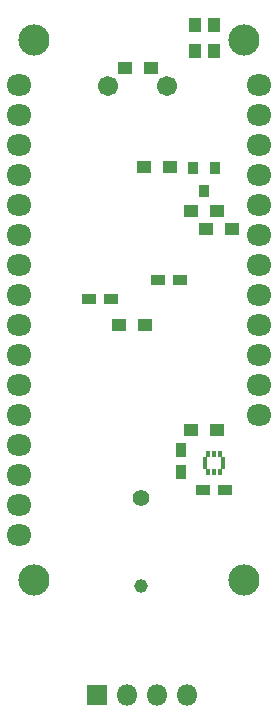
<source format=gbr>
G04 #@! TF.GenerationSoftware,KiCad,Pcbnew,(5.1.4)-1*
G04 #@! TF.CreationDate,2019-12-03T14:04:10-06:00*
G04 #@! TF.ProjectId,cutdown,63757464-6f77-46e2-9e6b-696361645f70,rev?*
G04 #@! TF.SameCoordinates,Original*
G04 #@! TF.FileFunction,Soldermask,Bot*
G04 #@! TF.FilePolarity,Negative*
%FSLAX46Y46*%
G04 Gerber Fmt 4.6, Leading zero omitted, Abs format (unit mm)*
G04 Created by KiCad (PCBNEW (5.1.4)-1) date 2019-12-03 14:04:10*
%MOMM*%
%LPD*%
G04 APERTURE LIST*
%ADD10R,1.301600X0.851600*%
%ADD11C,1.151600*%
%ADD12C,1.401600*%
%ADD13C,1.701600*%
%ADD14R,0.851600X1.301600*%
%ADD15O,1.801600X1.801600*%
%ADD16R,1.801600X1.801600*%
%ADD17R,0.901600X1.001600*%
%ADD18R,1.301600X1.001600*%
%ADD19O,2.133600X1.828800*%
%ADD20C,2.641600*%
%ADD21R,1.001600X1.301600*%
%ADD22R,0.451600X0.481600*%
G04 APERTURE END LIST*
D10*
X198435000Y-88900000D03*
X196535000Y-88900000D03*
D11*
X191262000Y-97070000D03*
D12*
X191262000Y-89620000D03*
D13*
X188508000Y-54737000D03*
X193508000Y-54737000D03*
D14*
X194691000Y-85537000D03*
X194691000Y-87437000D03*
D10*
X194625000Y-71120000D03*
X192725000Y-71120000D03*
X186883000Y-72771000D03*
X188783000Y-72771000D03*
D15*
X195199000Y-106299000D03*
X192659000Y-106299000D03*
X190119000Y-106299000D03*
D16*
X187579000Y-106299000D03*
D17*
X196614001Y-63630999D03*
X197564001Y-61630999D03*
X195664001Y-61630999D03*
D18*
X197696000Y-65278000D03*
X195496000Y-65278000D03*
X196766000Y-66802000D03*
X198966000Y-66802000D03*
D19*
X180975000Y-92710000D03*
X180975000Y-90170000D03*
X180975000Y-87630000D03*
X180975000Y-85090000D03*
X180975000Y-82550000D03*
X180975000Y-80010000D03*
X180975000Y-77470000D03*
X180975000Y-74930000D03*
X180975000Y-72390000D03*
X180975000Y-69850000D03*
X180975000Y-67310000D03*
X180975000Y-64770000D03*
X180975000Y-62230000D03*
X180975000Y-59690000D03*
X180975000Y-57150000D03*
X180975000Y-54610000D03*
X201295000Y-54610000D03*
X201295000Y-57150000D03*
X201295000Y-59690000D03*
X201295000Y-62230000D03*
X201295000Y-64770000D03*
X201295000Y-67310000D03*
X201295000Y-69850000D03*
X201295000Y-72390000D03*
X201295000Y-74930000D03*
X201295000Y-77470000D03*
X201295000Y-80010000D03*
X201295000Y-82550000D03*
D20*
X182245000Y-96520000D03*
X182245000Y-50800000D03*
X200025000Y-50800000D03*
X200025000Y-96520000D03*
D18*
X189400000Y-74930000D03*
X191600000Y-74930000D03*
D21*
X197485000Y-49573000D03*
X197485000Y-51773000D03*
X195834000Y-51773000D03*
X195834000Y-49573000D03*
D18*
X191559000Y-61595000D03*
X193759000Y-61595000D03*
X189908000Y-53213000D03*
X192108000Y-53213000D03*
D22*
X196720000Y-86864000D03*
X196720000Y-86364000D03*
X196985000Y-85849000D03*
X197485000Y-85849000D03*
X197985000Y-85849000D03*
X198250000Y-86364000D03*
X198250000Y-86864000D03*
X197985000Y-87379000D03*
X197485000Y-87379000D03*
X196985000Y-87379000D03*
D18*
X197696000Y-83820000D03*
X195496000Y-83820000D03*
M02*

</source>
